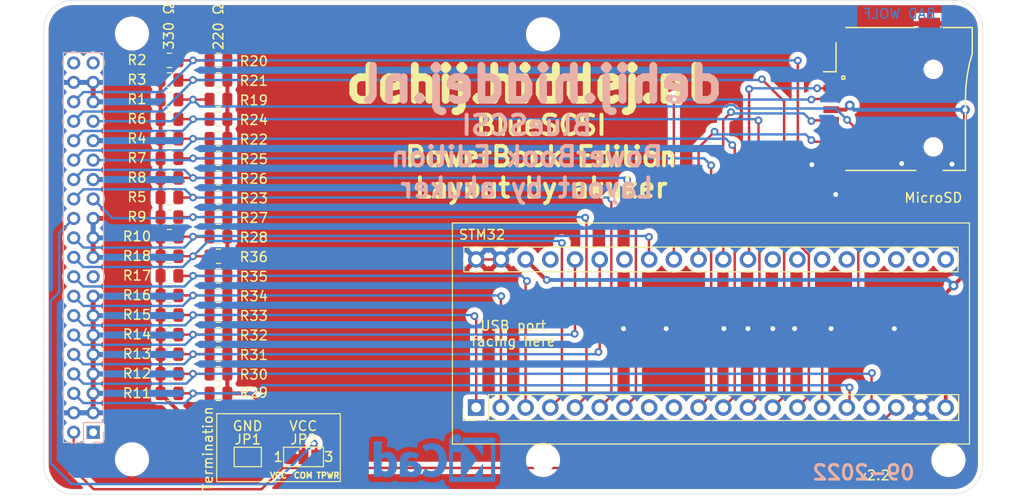
<source format=kicad_pcb>
(kicad_pcb (version 20211014) (generator pcbnew)
  (layers (0 "F.Cu" signal) (31 "B.Cu" signal) (34 "B.Paste" user) (35 "F.Paste" user) (36 "B.SilkS" user "B.Silkscreen") (37 "F.SilkS" user "F.Silkscreen") (38 "B.Mask" user) (39 "F.Mask" user) (44 "Edge.Cuts" user))
  (net 0 "")
  (net 1 "/SD_MOSI")
  (net 2 "/SD_CS")
  (net 4 "+3V3")
  (net 5 "/SD_CLK")
  (net 6 "GND")
  (net 8 "/SD_MISO")
  (net 12 "/SCSI_REQ")
  (net 13 "/SCSI_CD")
  (net 14 "/SCSI_IO")
  (net 15 "/SCSI_SEL")
  (net 16 "/SCSI_MSG")
  (net 17 "/SCSI_RST")
  (net 18 "/SCSI_ACK")
  (net 19 "/SCSI_BSY")
  (net 20 "/SCSI_ATN")
  (net 21 "/TERM_PWR")
  (net 22 "/SCSI_DBP")
  (net 23 "/SCSI_DAT7")
  (net 24 "/SCSI_DAT6")
  (net 26 "/SCSI_DAT5")
  (net 27 "/SCSI_DAT4")
  (net 28 "/SCSI_DAT3")
  (net 29 "/SCSI_DAT2")
  (net 30 "/SCSI_DAT1")
  (net 31 "/SCSI_DAT0")
  (net 32 "VCC")
  (net 33 "Net-(JP1-Pad1)")
  (net 34 "Net-(JP2-Pad2)")
  (footprint "Other footprints:Conn_uSDcard" (layer "F.Cu") (at 165.1 86.36 90)
    (fp_text reference "J1")
    (fp_text value "Micro_SD_Card")
  )
  (footprint "Jumper:SolderJumper-2_P1.3mm_Bridged_Pad1.0x1.5mm" (layer "F.Cu") (at 94.63 123.19)
    (fp_text reference "JP1")
    (fp_text value "TERM_ENABLE_GND")
  )
  (footprint "Jumper:SolderJumper-3_P1.3mm_Bridged12_Pad1.0x1.5mm_NumberLabels" (layer "F.Cu") (at 100.36 123.19)
    (fp_text reference "JP2")
    (fp_text value "TERM_VCC_ENABLE")
  )
  (footprint "Resistor_SMD:R_0805_2012Metric" (layer "F.Cu") (at 86.58 86.420588)
    (fp_text reference "R1")
    (fp_text value "330")
  )
  (footprint "Resistor_SMD:R_0805_2012Metric" (layer "F.Cu") (at 86.58 82.39)
    (fp_text reference "R2")
    (fp_text value "330")
  )
  (footprint "Resistor_SMD:R_0805_2012Metric" (layer "F.Cu") (at 86.58 84.405294)
    (fp_text reference "R3")
    (fp_text value "330")
  )
  (footprint "Resistor_SMD:R_0805_2012Metric" (layer "F.Cu") (at 86.58 90.451176)
    (fp_text reference "R4")
    (fp_text value "330")
  )
  (footprint "Resistor_SMD:R_0805_2012Metric" (layer "F.Cu") (at 86.58 96.497058)
    (fp_text reference "R5")
    (fp_text value "330")
  )
  (footprint "Resistor_SMD:R_0805_2012Metric" (layer "F.Cu") (at 86.58 88.435882)
    (fp_text reference "R6")
    (fp_text value "330")
  )
  (footprint "Resistor_SMD:R_0805_2012Metric" (layer "F.Cu") (at 86.58 94.481764)
    (fp_text reference "R8")
    (fp_text value "330")
  )
  (footprint "Resistor_SMD:R_0805_2012Metric" (layer "F.Cu") (at 86.58 98.512352)
    (fp_text reference "R9")
    (fp_text value "330")
  )
  (footprint "Resistor_SMD:R_0805_2012Metric" (layer "F.Cu") (at 86.58 100.527646)
    (fp_text reference "R10")
    (fp_text value "330")
  )
  (footprint "Resistor_SMD:R_0805_2012Metric" (layer "F.Cu") (at 86.58 116.65)
    (fp_text reference "R11")
    (fp_text value "330")
  )
  (footprint "Resistor_SMD:R_0805_2012Metric" (layer "F.Cu") (at 86.58 114.634704)
    (fp_text reference "R12")
    (fp_text value "330")
  )
  (footprint "Resistor_SMD:R_0805_2012Metric" (layer "F.Cu") (at 86.58 112.61941)
    (fp_text reference "R13")
    (fp_text value "330")
  )
  (footprint "Resistor_SMD:R_0805_2012Metric" (layer "F.Cu") (at 86.58 110.604116)
    (fp_text reference "R14")
    (fp_text value "330")
  )
  (footprint "Resistor_SMD:R_0805_2012Metric" (layer "F.Cu") (at 86.58 108.588822)
    (fp_text reference "R15")
    (fp_text value "330")
  )
  (footprint "Resistor_SMD:R_0805_2012Metric" (layer "F.Cu") (at 86.58 106.573528)
    (fp_text reference "R16")
    (fp_text value "330")
  )
  (footprint "Resistor_SMD:R_0805_2012Metric" (layer "F.Cu") (at 86.58 104.558234)
    (fp_text reference "R17")
    (fp_text value "330")
  )
  (footprint "Resistor_SMD:R_0805_2012Metric" (layer "F.Cu") (at 86.58 102.54294)
    (fp_text reference "R18")
    (fp_text value "330")
  )
  (footprint "Resistor_SMD:R_0805_2012Metric" (layer "F.Cu") (at 91.617644 86.420588 180)
    (fp_text reference "R19")
    (fp_text value "220")
  )
  (footprint "Resistor_SMD:R_0805_2012Metric" (layer "F.Cu") (at 91.617644 82.39 180)
    (fp_text reference "R20")
    (fp_text value "220")
  )
  (footprint "Resistor_SMD:R_0805_2012Metric" (layer "F.Cu") (at 91.617644 84.405294 180)
    (fp_text reference "R21")
    (fp_text value "220")
  )
  (footprint "Resistor_SMD:R_0805_2012Metric" (layer "F.Cu") (at 91.617644 90.451176 180)
    (fp_text reference "R22")
    (fp_text value "220")
  )
  (footprint "Resistor_SMD:R_0805_2012Metric" (layer "F.Cu") (at 91.617644 96.497058 180)
    (fp_text reference "R23")
    (fp_text value "220")
  )
  (footprint "Resistor_SMD:R_0805_2012Metric" (layer "F.Cu") (at 91.617644 88.435882 180)
    (fp_text reference "R24")
    (fp_text value "220")
  )
  (footprint "Resistor_SMD:R_0805_2012Metric" (layer "F.Cu") (at 91.617644 92.46647 180)
    (fp_text reference "R25")
    (fp_text value "220")
  )
  (footprint "Resistor_SMD:R_0805_2012Metric" (layer "F.Cu") (at 91.617644 94.481764 180)
    (fp_text reference "R26")
    (fp_text value "220")
  )
  (footprint "Resistor_SMD:R_0805_2012Metric" (layer "F.Cu") (at 91.617644 98.512352 180)
    (fp_text reference "R27")
    (fp_text value "220")
  )
  (footprint "Resistor_SMD:R_0805_2012Metric" (layer "F.Cu") (at 91.617644 100.527646 180)
    (fp_text reference "R28")
    (fp_text value "220")
  )
  (footprint "Resistor_SMD:R_0805_2012Metric" (layer "F.Cu") (at 91.617644 116.65 180)
    (fp_text reference "R29")
    (fp_text value "220")
  )
  (footprint "Resistor_SMD:R_0805_2012Metric" (layer "F.Cu") (at 91.617644 114.634704 180)
    (fp_text reference "R30")
    (fp_text value "220")
  )
  (footprint "Resistor_SMD:R_0805_2012Metric" (layer "F.Cu") (at 91.617644 112.61941 180)
    (fp_text reference "R31")
    (fp_text value "220")
  )
  (footprint "Resistor_SMD:R_0805_2012Metric" (layer "F.Cu") (at 91.617644 110.604116 180)
    (fp_text reference "R32")
    (fp_text value "220")
  )
  (footprint "Resistor_SMD:R_0805_2012Metric" (layer "F.Cu") (at 91.617644 108.588822 180)
    (fp_text reference "R33")
    (fp_text value "220")
  )
  (footprint "Resistor_SMD:R_0805_2012Metric" (layer "F.Cu") (at 91.617644 106.573528 180)
    (fp_text reference "R34")
    (fp_text value "220")
  )
  (footprint "Resistor_SMD:R_0805_2012Metric" (layer "F.Cu") (at 91.617644 104.558234 180)
    (fp_text reference "R35")
    (fp_text value "220")
  )
  (footprint "Resistor_SMD:R_0805_2012Metric" (layer "F.Cu") (at 91.617644 102.54294 180)
    (fp_text reference "R36")
    (fp_text value "220")
  )
  (footprint "Footprints:YAAJ_BluePill_2" (layer "F.Cu") (at 118.11 118.11 90)
    (fp_text reference "U1" hide)
    (fp_text value "YAAJ_BluePill_Part_Like" hide)
  )
  (footprint "Resistor_SMD:R_0805_2012Metric" (layer "F.Cu") (at 86.58 92.46647)
    (fp_text reference "R7")
    (fp_text value "330")
  )
  (footprint "MountingHole:MountingHole_2.5mm" (layer "F.Cu") (at 124.98 79.7)
    (fp_text reference "H2" hide)
    (fp_text value "MountingHole")
  )
  (footprint "MountingHole:MountingHole_2.5mm" (layer "F.Cu") (at 82.73 79.63)
    (fp_text reference "H1" hide)
    (fp_text value "MountingHole")
  )
  (footprint "MountingHole:MountingHole_2.5mm" (layer "F.Cu") (at 166.65 123.5)
    (fp_text reference "H5" hide)
    (fp_text value "MountingHole")
  )
  (footprint "MountingHole:MountingHole_2.5mm" (layer "F.Cu") (at 124.98 123.5)
    (fp_text reference "H4" hide)
    (fp_text value "MountingHole")
  )
  (footprint "MountingHole:MountingHole_2.5mm" (layer "F.Cu") (at 82.73 123.43)
    (fp_text reference "H3" hide)
    (fp_text value "MountingHole")
  )
  (footprint "Connector_PinSocket_2.00mm:PinSocket_2x20_P2.00mm_Vertical" (layer "B.Cu") (at 78.74 120.65)
    (fp_text reference "J2" hide)
    (fp_text value "Conn_02x20_Odd_Even")
  )
  (footprint "Symbol:KiCad-Logo_5mm_Copper" (layer "B.Cu") (at 113.78 123.82 180)
    (fp_text reference "REF**" hide)
    (fp_text value "KiCad-Logo_5mm_Copper" hide)
  )
  (gr_line (start 91.44 125.73) (end 91.44 118.745) (layer "F.SilkS") (width 0.12))
  (gr_line (start 91.44 118.745) (end 104.14 118.745) (layer "F.SilkS") (width 0.12))
  (gr_line (start 104.14 118.745) (end 104.14 125.73) (layer "F.SilkS") (width 0.12))
  (gr_line (start 104.14 125.73) (end 91.44 125.73) (layer "F.SilkS") (width 0.12))
  (gr_line (start 167.18 127) (end 76.66 127) (layer "Edge.Cuts") (width 0.05))
  (gr_line (start 76.66 76.2) (end 167.18 76.2) (layer "Edge.Cuts") (width 0.05))
  (gr_arc (start 76.66 127) (mid 74.53868 126.12132) (end 73.66 124) (layer "Edge.Cuts") (width 0.05))
  (gr_line (start 73.66 124) (end 73.66 79.2) (layer "Edge.Cuts") (width 0.05))
  (gr_arc (start 167.18 76.2) (mid 169.30132 77.07868) (end 170.18 79.2) (layer "Edge.Cuts") (width 0.05))
  (gr_arc (start 73.66 79.2) (mid 74.53868 77.07868) (end 76.66 76.2) (layer "Edge.Cuts") (width 0.05))
  (gr_line (start 170.18 79.2) (end 170.18 124) (layer "Edge.Cuts") (width 0.05))
  (gr_arc (start 170.18 124) (mid 169.30132 126.12132) (end 167.18 127) (layer "Edge.Cuts") (width 0.05))
  (gr_text "BAD WOLF" (at 161.61 77.58) (layer "B.Cu") (effects (font (size 1 1)) (justify mirror)))
  (gr_text "09-2022" (at 157.93 124.8) (layer "B.SilkS") (effects (font (size 1.5 1.5) (thickness 0.3)) (justify mirror)))
  (gr_text "dehij.hiddej.nl" (at 124.9 84.87) (layer "B.SilkS") (effects (font (size 3.5 3.5) (thickness 0.8)) (justify mirror)))
  (gr_text "BlueSCSI\nPowerBook Edition\nLayout by akuker" (at 123.32 92.29) (layer "B.SilkS") (effects (font (size 2 2) (thickness 0.4)) (justify mirror)))
  (gr_text "220 Ω" (at 91.61 78.94 90) (layer "F.SilkS") (effects (font (size 1 1))))
  (gr_text "VCC" (at 100.33 120.015) (layer "F.SilkS") (effects (font (size 1 1))))
  (gr_text "COM" (at 100.33 125.095) (layer "F.SilkS") (effects (font (size 0.6 0.6))))
  (gr_text "MicroSD" (at 165.1 96.52) (layer "F.SilkS") (effects (font (size 1 1))))
  (gr_text "STM32\n" (at 118.71 100.32) (layer "F.SilkS") (effects (font (size 1 1))))
  (gr_text "USB port\nfacing here" (at 121.92 110.49) (layer "F.SilkS") (effects (font (size 1 1))))
  (gr_text "dehij.hiddej.nl" (at 123.22 84.87) (layer "F.SilkS") (effects (font (size 3.5 3.5) (thickness 0.8))))
  (gr_text "GND" (at 94.615 120.015) (layer "F.SilkS") (effects (font (size 1 1))))
  (gr_text "v2.2\n" (at 159.07 125.09) (layer "F.SilkS") (effects (font (size 1 1))))
  (gr_text "TPWR" (at 102.87 125.095) (layer "F.SilkS") (effects (font (size 0.6 0.6))))
  (gr_text "VCC" (at 97.79 125.095) (layer "F.SilkS") (effects (font (size 0.6 0.6))))
  (gr_text "BlueSCSI\nPowerBook Edition\nLayout by akuker" (at 124.8 92.29) (layer "F.SilkS") (effects (font (size 2 2) (thickness 0.4))))
  (gr_text "Termination" (at 90.53 122.36 90) (layer "F.SilkS") (effects (font (size 1 1))))
  (gr_text "330 Ω" (at 86.52 78.9 90) (layer "F.SilkS") (effects (font (size 1 1))))
  (segment (start 152.62 86.36) (end 152.56 86.42) (width 0.25) (layer "F.Cu") (net 1))
  (segment (start 138.43 86.45) (end 138.43 102.87) (width 0.25) (layer "F.Cu") (net 1))
  (segment (start 154.6 86.36) (end 152.62 86.36) (width 0.25) (layer "F.Cu") (net 1))
  (segment (start 138.48 86.4) (end 138.43 86.45) (width 0.25) (layer "F.Cu") (net 1))
  (via (at 152.56 86.42) (size 0.8) (drill 0.4) (layers "F.Cu" "B.Cu") (net 1))
  (via (at 138.48 86.4) (size 0.8) (drill 0.4) (layers "F.Cu" "B.Cu") (net 1))
  (segment (start 152.56 86.42) (end 138.5 86.42) (width 0.25) (layer "B.Cu") (net 1))
  (segment (start 138.5 86.42) (end 138.48 86.4) (width 0.25) (layer "B.Cu") (net 1))
  (segment (start 154.6 85.26) (end 153.4747 85.26) (width 0.25) (layer "F.Cu") (net 2))
  (segment (start 146.16 85.33) (end 146.16 102.76) (width 0.25) (layer "F.Cu") (net 2))
  (segment (start 153.4747 85.26) (end 153.1547 85.26) (width 0.25) (layer "F.Cu") (net 2))
  (via (at 146.16 85.33) (size 0.8) (drill 0.4) (layers "F.Cu" "B.Cu") (net 2))
  (via (at 153.1547 85.26) (size 0.8) (drill 0.4) (layers "F.Cu" "B.Cu") (net 2))
  (segment (start 153.1547 85.26) (end 146.23 85.26) (width 0.25) (layer "B.Cu") (net 2))
  (segment (start 146.23 85.26) (end 146.16 85.33) (width 0.25) (layer "B.Cu") (net 2))
  (segment (start 156.07 87.46) (end 154.6 87.46) (width 0.4) (layer "F.Cu") (net 4))
  (segment (start 123.19 102.87) (end 125.3 104.98) (width 0.4) (layer "F.Cu") (net 4))
  (segment (start 167.18 105.56) (end 168.35 104.39) (width 0.4) (layer "F.Cu") (net 4))
  (segment (start 167.18 105.56) (end 166.37 106.37) (width 0.4) (layer "F.Cu") (net 4))
  (segment (start 168.36 87.5) (end 168.36 87.47) (width 0.4) (layer "F.Cu") (net 4))
  (segment (start 156.51 87.02) (end 156.07 87.46) (width 0.4) (layer "F.Cu") (net 4))
  (segment (start 168.35 104.39) (end 168.35 87.51) (width 0.4) (layer "F.Cu") (net 4))
  (segment (start 166.37 106.37) (end 166.37 118.11) (width 0.4) (layer "F.Cu") (net 4))
  (segment (start 125.3 104.98) (end 125.36 104.98) (width 0.4) (layer "F.Cu") (net 4))
  (segment (start 168.35 87.51) (end 168.36 87.5) (width 0.4) (layer "F.Cu") (net 4))
  (via (at 168.36 87.47) (size 1) (drill 0.5) (layers "F.Cu" "B.Cu") (net 4))
  (via (at 125.36 104.98) (size 0.8) (drill 0.4) (layers "F.Cu" "B.Cu") (net 4))
  (via (at 167.18 105.56) (size 1) (drill 0.5) (layers "F.Cu" "B.Cu") (net 4))
  (via (at 156.51 87.02) (size 1) (drill 0.5) (layers "F.Cu" "B.Cu") (net 4))
  (segment (start 156.96 87.47) (end 156.51 87.02) (width 0.4) (layer "B.Cu") (net 4))
  (segment (start 168.36 87.47) (end 156.96 87.47) (width 0.4) (layer "B.Cu") (net 4))
  (segment (start 125.36 104.98) (end 166.6 104.98) (width 0.4) (layer "B.Cu") (net 4))
  (segment (start 166.6 104.98) (end 167.18 105.56) (width 0.4) (layer "B.Cu") (net 4))
  (segment (start 152.64 88.56) (end 152.57 88.63) (width 0.25) (layer "F.Cu") (net 5))
  (segment (start 152.64 88.56) (end 154.6 88.56) (width 0.25) (layer "F.Cu") (net 5))
  (segment (start 143.5 99.25) (end 143.5 88.5245) (width 0.25) (layer "F.Cu") (net 5))
  (segment (start 144.302215 87.722285) (end 144.302215 87.711382) (width 0.25) (layer "F.Cu") (net 5))
  (segment (start 143.51 99.26) (end 143.5 99.25) (width 0.25) (layer "F.Cu") (net 5))
  (segment (start 143.5 88.5245) (end 144.302215 87.722285) (width 0.25) (layer "F.Cu") (net 5))
  (segment (start 143.51 99.26) (end 143.51 102.87) (width 0.25) (layer "F.Cu") (net 5))
  (via (at 152.57 88.63) (size 0.8) (drill 0.4) (layers "F.Cu" "B.Cu") (net 5))
  (via (at 144.302215 87.711382) (size 0.8) (drill 0.4) (layers "F.Cu" "B.Cu") (net 5))
  (segment (start 144.436332 87.845499) (end 144.302215 87.711382) (width 0.25) (layer "B.Cu") (net 5))
  (segment (start 152.57 88.63) (end 151.785499 87.845499) (width 0.25) (layer "B.Cu") (net 5))
  (segment (start 151.785499 87.845499) (end 144.436332 87.845499) (width 0.25) (layer "B.Cu") (net 5))
  (segment (start 95.28 124.2653) (end 90.9253 124.2653) (width 0.25) (layer "F.Cu") (net 6))
  (segment (start 90.9253 124.2653) (end 85.31 118.65) (width 0.25) (layer "F.Cu") (net 6))
  (segment (start 155.6127 79.51) (end 156.772 79.51) (width 0.25) (layer "F.Cu") (net 6))
  (segment (start 85.31 118.65) (end 78.74 118.65) (width 0.25) (layer "F.Cu") (net 6))
  (segment (start 120.65 102.87) (end 118.11 102.87) (width 0.25) (layer "F.Cu") (net 6))
  (segment (start 78.74 94.65) (end 79.7403 94.65) (width 0.25) (layer "F.Cu") (net 6))
  (segment (start 76.74 118.65) (end 78.74 118.65) (width 0.25) (layer "F.Cu") (net 6))
  (segment (start 95.28 123.19) (end 95.28 124.2653) (width 0.25) (layer "F.Cu") (net 6))
  (via (at 155.06 96.19) (size 1) (drill 0.5) (layers "F.Cu" "B.Cu") (net 6))
  (via (at 161.85 93) (size 1) (drill 0.5) (layers "F.Cu" "B.Cu") (net 6))
  (via (at 143.57 109.99) (size 1) (drill 0.5) (layers "F.Cu" "B.Cu") (net 6))
  (via (at 161.09 109.99) (size 1) (drill 0.5) (layers "F.Cu" "B.Cu") (net 6))
  (via (at 148.6 109.99) (size 1) (drill 0.5) (layers "F.Cu" "B.Cu") (net 6))
  (via (at 152.61 93.12) (size 1) (drill 0.5) (layers "F.Cu" "B.Cu") (net 6))
  (via (at 167.02 93.07) (size 1) (drill 0.5) (layers "F.Cu" "B.Cu") (net 6))
  (via (at 154.59 109.99) (size 1) (drill 0.5) (layers "F.Cu" "B.Cu") (net 6))
  (via (at 150.84 109.99) (size 1) (drill 0.5) (layers "F.Cu" "B.Cu") (net 6))
  (via (at 146.04 109.99) (size 1) (drill 0.5) (layers "F.Cu" "B.Cu") (net 6))
  (via (at 133.26 109.99) (size 1) (drill 0.5) (layers "F.Cu" "B.Cu") (net 6))
  (via (at 137.64 109.99) (size 1) (drill 0.5) (layers "F.Cu" "B.Cu") (net 6))
  (segment (start 140.97 91.369001) (end 142.612325 89.726676) (width 0.25) (layer "F.Cu") (net 8))
  (segment (start 154.6 90.76) (end 152.73 90.76) (width 0.25) (layer "F.Cu") (net 8))
  (segment (start 152.73 90.76) (end 152.56 90.59) (width 0.25) (layer "F.Cu") (net 8))
  (segment (start 140.97 102.87) (end 140.97 91.369001) (width 0.25) (layer "F.Cu") (net 8))
  (via (at 142.612325 89.726676) (size 0.8) (drill 0.4) (layers "F.Cu" "B.Cu") (net 8))
  (via (at 152.56 90.59) (size 0.8) (drill 0.4) (layers "F.Cu" "B.Cu") (net 8))
  (segment (start 151.971665 90.001665) (end 142.887314 90.001665) (width 0.25) (layer "B.Cu") (net 8))
  (segment (start 142.887314 90.001665) (end 142.612325 89.726676) (width 0.25) (layer "B.Cu") (net 8))
  (segment (start 152.56 90.59) (end 151.971665 90.001665) (width 0.25) (layer "B.Cu") (net 8))
  (segment (start 152.304511 102.383501) (end 152.304511 116.935489) (width 0.25) (layer "F.Cu") (net 12))
  (segment (start 151.17 82.41) (end 151.17 101.24899) (width 0.25) (layer "F.Cu") (net 12))
  (segment (start 151.17 101.24899) (end 152.304511 102.383501) (width 0.25) (layer "F.Cu") (net 12))
  (segment (start 152.304511 116.935489) (end 151.13 118.11) (width 0.25) (layer "F.Cu") (net 12))
  (segment (start 87.4925 82.39) (end 90.705144 82.39) (width 0.25) (layer "F.Cu") (net 12))
  (via (at 151.17 82.41) (size 0.8) (drill 0.4) (layers "F.Cu" "B.Cu") (net 12))
  (via (at 89 82.39) (size 0.8) (drill 0.4) (layers "F.Cu" "B.Cu") (net 12))
  (segment (start 77.740489 85.649511) (end 85.850489 85.649511) (width 0.25) (layer "B.Cu") (net 12))
  (segment (start 89 82.39) (end 151.15 82.39) (width 0.25) (layer "B.Cu") (net 12))
  (segment (start 85.850489 85.649511) (end 89.06 82.44) (width 0.25) (layer "B.Cu") (net 12))
  (segment (start 76.74 86.65) (end 77.740489 85.649511) (width 0.25) (layer "B.Cu") (net 12))
  (segment (start 151.15 82.39) (end 151.17 82.41) (width 0.25) (layer "B.Cu") (net 12))
  (segment (start 149.764511 116.935489) (end 148.59 118.11) (width 0.25) (layer "F.Cu") (net 13))
  (segment (start 147.48 84.33) (end 149.764511 86.614511) (width 0.25) (layer "F.Cu") (net 13))
  (segment (start 87.4925 84.405294) (end 90.705144 84.405294) (width 0.25) (layer "F.Cu") (net 13))
  (segment (start 149.764511 86.614511) (end 149.764511 116.935489) (width 0.25) (layer "F.Cu") (net 13))
  (via (at 147.48 84.33) (size 0.8) (drill 0.4) (layers "F.Cu" "B.Cu") (net 13))
  (via (at 89 84.405294) (size 0.8) (drill 0.4) (layers "F.Cu" "B.Cu") (net 13))
  (segment (start 85.839813 87.650489) (end 89.075151 84.415151) (width 0.25) (layer "B.Cu") (net 13))
  (segment (start 89 84.405294) (end 147.404706 84.405294) (width 0.25) (layer "B.Cu") (net 13))
  (segment (start 147.404706 84.405294) (end 147.48 84.33) (width 0.25) (layer "B.Cu") (net 13))
  (segment (start 77.739511 87.650489) (end 85.839813 87.650489) (width 0.25) (layer "B.Cu") (net 13))
  (segment (start 76.74 88.65) (end 77.739511 87.650489) (width 0.25) (layer "B.Cu") (net 13))
  (segment (start 156.24 88.51) (end 157.384511 89.654511) (width 0.25) (layer "F.Cu") (net 14))
  (segment (start 153.67 112.69) (end 153.67 118.11) (width 0.25) (layer "F.Cu") (net 14))
  (segment (start 157.384511 108.975489) (end 153.67 112.69) (width 0.25) (layer "F.Cu") (net 14))
  (segment (start 157.384511 89.654511) (end 157.384511 108.975489) (width 0.25) (layer "F.Cu") (net 14))
  (segment (start 87.4925 86.420588) (end 90.705144 86.420588) (width 0.25) (layer "F.Cu") (net 14))
  (via (at 156.24 88.51) (size 0.8) (drill 0.4) (layers "F.Cu" "B.Cu") (net 14))
  (via (at 89 86.420588) (size 0.8) (drill 0.4) (layers "F.Cu" "B.Cu") (net 14))
  (segment (start 155.070739 87.340739) (end 156.24 88.51) (width 0.25) (layer "B.Cu") (net 14))
  (segment (start 144.956172 87.340739) (end 155.070739 87.340739) (width 0.25) (layer "B.Cu") (net 14))
  (segment (start 78.74 88.65) (end 86.81 88.65) (width 0.25) (layer "B.Cu") (net 14))
  (segment (start 89 86.420588) (end 89.711545 87.132133) (width 0.25) (layer "B.Cu") (net 14))
  (segment (start 143.856864 87.132133) (end 144.002116 86.986881) (width 0.25) (layer "B.Cu") (net 14))
  (segment (start 86.81 88.65) (end 89.06 86.4) (width 0.25) (layer "B.Cu") (net 14))
  (segment (start 144.602314 86.986881) (end 144.956172 87.340739) (width 0.25) (layer "B.Cu") (net 14))
  (segment (start 89.711545 87.132133) (end 143.856864 87.132133) (width 0.25) (layer "B.Cu") (net 14))
  (segment (start 144.002116 86.986881) (end 144.602314 86.986881) (width 0.25) (layer "B.Cu") (net 14))
  (segment (start 147.224511 101.264511) (end 147.224511 116.935489) (width 0.25) (layer "F.Cu") (net 15))
  (segment (start 147.13 101.17) (end 147.224511 101.264511) (width 0.25) (layer "F.Cu") (net 15))
  (segment (start 87.4925 88.435882) (end 90.705144 88.435882) (width 0.25) (layer "F.Cu") (net 15))
  (segment (start 147.224511 116.935489) (end 146.05 118.11) (width 0.25) (layer "F.Cu") (net 15))
  (segment (start 147.13 88.57) (end 147.13 101.17) (width 0.25) (layer "F.Cu") (net 15))
  (via (at 89 88.435882) (size 0.8) (drill 0.4) (layers "F.Cu" "B.Cu") (net 15))
  (via (at 147.13 88.57) (size 0.8) (drill 0.4) (layers "F.Cu" "B.Cu") (net 15))
  (segment (start 77.739511 89.650489) (end 87.929511 89.650489) (width 0.25) (layer "B.Cu") (net 15))
  (segment (start 146.995882 88.435882) (end 147.13 88.57) (width 0.25) (layer "B.Cu") (net 15))
  (segment (start 87.929511 89.650489) (end 89.01 88.57) (width 0.25) (layer "B.Cu") (net 15))
  (segment (start 76.74 90.65) (end 77.739511 89.650489) (width 0.25) (layer "B.Cu") (net 15))
  (segment (start 89 88.435882) (end 146.995882 88.435882) (width 0.25) (layer "B.Cu") (net 15))
  (segment (start 144.684511 116.935489) (end 143.51 118.11) (width 0.25) (layer "F.Cu") (net 16))
  (segment (start 87.4925 90.451176) (end 90.705144 90.451176) (width 0.25) (layer "F.Cu") (net 16))
  (segment (start 144.684511 91.354511) (end 144.684511 116.935489) (width 0.25) (layer "F.Cu") (net 16))
  (segment (start 144.43 91.1) (end 144.684511 91.354511) (width 0.25) (layer "F.Cu") (net 16))
  (via (at 89 90.451176) (size 0.8) (drill 0.4) (layers "F.Cu" "B.Cu") (net 16))
  (via (at 144.43 91.1) (size 0.8) (drill 0.4) (layers "F.Cu" "B.Cu") (net 16))
  (segment (start 87.980489 91.649511) (end 89.11 90.52) (width 0.25) (layer "B.Cu") (net 16))
  (segment (start 76.74 92.65) (end 77.740489 91.649511) (width 0.25) (layer "B.Cu") (net 16))
  (segment (start 143.781176 90.451176) (end 144.43 91.1) (width 0.25) (layer "B.Cu") (net 16))
  (segment (start 77.740489 91.649511) (end 87.980489 91.649511) (width 0.25) (layer "B.Cu") (net 16))
  (segment (start 89 90.451176) (end 143.781176 90.451176) (width 0.25) (layer "B.Cu") (net 16))
  (segment (start 142.26 93.19) (end 142.26 116.82) (width 0.25) (layer "F.Cu") (net 17))
  (segment (start 87.4925 92.46647) (end 90.705144 92.46647) (width 0.25) (layer "F.Cu") (net 17))
  (segment (start 142.26 116.82) (end 140.97 118.11) (width 0.25) (layer "F.Cu") (net 17))
  (via (at 142.26 93.19) (size 0.8) (drill 0.4) (layers "F.Cu" "B.Cu") (net 17))
  (via (at 89 92.46647) (size 0.8) (drill 0.4) (layers "F.Cu" "B.Cu") (net 17))
  (segment (start 141.53647 92.46647) (end 142.26 93.19) (width 0.25) (layer "B.Cu") (net 17))
  (segment (start 89 92.46647) (end 141.53647 92.46647) (width 0.25) (layer "B.Cu") (net 17))
  (segment (start 89.03 92.65) (end 89.12 92.56) (width 0.25) (layer "B.Cu") (net 17))
  (segment (start 78.74 92.65) (end 89.03 92.65) (width 0.25) (layer "B.Cu") (net 17))
  (segment (start 134.524511 116.935489) (end 133.35 118.11) (width 0.25) (layer "F.Cu") (net 18))
  (segment (start 87.4925 94.481764) (end 90.705144 94.481764) (width 0.25) (layer "F.Cu") (net 18))
  (segment (start 134.524511 95.564511) (end 134.524511 116.935489) (width 0.25) (layer "F.Cu") (net 18))
  (segment (start 133.62 94.66) (end 134.524511 95.564511) (width 0.25) (layer "F.Cu") (net 18))
  (via (at 89 94.481764) (size 0.8) (drill 0.4) (layers "F.Cu" "B.Cu") (net 18))
  (via (at 133.62 94.66) (size 0.8) (drill 0.4) (layers "F.Cu" "B.Cu") (net 18))
  (segment (start 133.441764 94.481764) (end 133.62 94.66) (width 0.25) (layer "B.Cu") (net 18))
  (segment (start 76.74 94.65) (end 77.739511 93.650489) (width 0.25) (layer "B.Cu") (net 18))
  (segment (start 88.120489 93.650489) (end 89.07 94.6) (width 0.25) (layer "B.Cu") (net 18))
  (segment (start 77.739511 93.650489) (end 88.120489 93.650489) (width 0.25) (layer "B.Cu") (net 18))
  (segment (start 89 94.481764) (end 133.441764 94.481764) (width 0.25) (layer "B.Cu") (net 18))
  (segment (start 132 96.64) (end 132 116.92) (width 0.25) (layer "F.Cu") (net 19))
  (segment (start 132 116.92) (end 130.81 118.11) (width 0.25) (layer "F.Cu") (net 19))
  (segment (start 87.4925 96.497058) (end 90.705144 96.497058) (width 0.25) (layer "F.Cu") (net 19))
  (via (at 89 96.497058) (size 0.8) (drill 0.4) (layers "F.Cu" "B.Cu") (net 19))
  (via (at 132 96.64) (size 0.8) (drill 0.4) (layers "F.Cu" "B.Cu") (net 19))
  (segment (start 76.74 96.65) (end 77.739511 95.650489) (width 0.25) (layer "B.Cu") (net 19))
  (segment (start 89 96.497058) (end 131.857058 96.497058) (width 0.25) (layer "B.Cu") (net 19))
  (segment (start 77.739511 95.650489) (end 88.170489 95.650489) (width 0.25) (layer "B.Cu") (net 19))
  (segment (start 88.170489 95.650489) (end 89.02 96.5) (width 0.25) (layer "B.Cu") (net 19))
  (segment (start 131.857058 96.497058) (end 132 96.64) (width 0.25) (layer "B.Cu") (net 19))
  (segment (start 129.444511 116.935489) (end 128.27 118.11) (width 0.25) (layer "F.Cu") (net 20))
  (segment (start 87.4925 98.512352) (end 90.705144 98.512352) (width 0.25) (layer "F.Cu") (net 20))
  (segment (start 129.32 98.57) (end 129.444511 98.694511) (width 0.25) (layer "F.Cu") (net 20))
  (segment (start 129.444511 98.694511) (end 129.444511 116.935489) (width 0.25) (layer "F.Cu") (net 20))
  (via (at 89 98.512352) (size 0.8) (drill 0.4) (layers "F.Cu" "B.Cu") (net 20))
  (via (at 129.32 98.57) (size 0.8) (drill 0.4) (layers "F.Cu" "B.Cu") (net 20))
  (segment (start 129.262352 98.512352) (end 129.32 98.57) (width 0.25) (layer "B.Cu") (net 20))
  (segment (start 80.71 98.62) (end 88.99 98.62) (width 0.25) (layer "B.Cu") (net 20))
  (segment (start 89 98.512352) (end 129.262352 98.512352) (width 0.25) (layer "B.Cu") (net 20))
  (segment (start 78.74 96.65) (end 80.71 98.62) (width 0.25) (layer "B.Cu") (net 20))
  (segment (start 101.66 122.04) (end 101.4279 121.8079) (width 0.25) (layer "F.Cu") (net 21))
  (segment (start 101.66 123.19) (end 101.66 122.1147) (width 0.25) (layer "F.Cu") (net 21))
  (segment (start 101.66 122.1147) (end 101.66 122.04) (width 0.25) (layer "F.Cu") (net 21))
  (via (at 101.4279 121.8079) (size 0.8) (drill 0.4) (layers "F.Cu" "B.Cu") (net 21))
  (segment (start 75.2507 106.2552) (end 74.3607 107.1452) (width 0.25) (layer "B.Cu") (net 21))
  (segment (start 75.2507 100.1393) (end 75.2507 106.2552) (width 0.25) (layer "B.Cu") (net 21))
  (segment (start 74.3607 107.1452) (end 74.3607 123.8307) (width 0.25) (layer "B.Cu") (net 21))
  (segment (start 76.74 98.65) (end 75.2507 100.1393) (width 0.25) (layer "B.Cu") (net 21))
  (segment (start 97.2553 125.9805) (end 101.4279 121.8079) (width 0.25) (layer "B.Cu") (net 21))
  (segment (start 76.5105 125.9805) (end 97.2553 125.9805) (width 0.25) (layer "B.Cu") (net 21))
  (segment (start 74.3607 123.8307) (end 76.5105 125.9805) (width 0.25) (layer "B.Cu") (net 21))
  (segment (start 87.4925 100.527646) (end 90.705144 100.527646) (width 0.25) (layer "F.Cu") (net 22))
  (segment (start 135.87 100.55) (end 135.87 102.85) (width 0.25) (layer "F.Cu") (net 22))
  (via (at 89 100.527646) (size 0.8) (drill 0.4) (layers "F.Cu" "B.Cu") (net 22))
  (via (at 135.87 100.55) (size 0.8) (drill 0.4) (layers "F.Cu" "B.Cu") (net 22))
  (segment (start 77.739511 101.649511) (end 88.110489 101.649511) (width 0.25) (layer "B.Cu") (net 22))
  (segment (start 88.110489 101.649511) (end 89.08 100.68) (width 0.25) (layer "B.Cu") (net 22))
  (segment (start 89.072147 100.455499) (end 135.775499 100.455499) (width 0.25) (layer "B.Cu") (net 22))
  (segment (start 89 100.527646) (end 89.072147 100.455499) (width 0.25) (layer "B.Cu") (net 22))
  (segment (start 135.775499 100.455499) (end 135.87 100.55) (width 0.25) (layer "B.Cu") (net 22))
  (segment (start 76.74 100.65) (end 77.739511 101.649511) (width 0.25) (layer "B.Cu") (net 22))
  (segment (start 126.92 116.92) (end 125.73 118.11) (width 0.25) (layer "F.Cu") (net 23))
  (segment (start 126.92 101.18) (end 126.92 116.92) (width 0.25) (layer "F.Cu") (net 23))
  (segment (start 87.4925 102.54294) (end 90.705144 102.54294) (width 0.25) (layer "F.Cu") (net 23))
  (via (at 89 102.54294) (size 0.8) (drill 0.4) (layers "F.Cu" "B.Cu") (net 23))
  (via (at 126.92 101.18) (size 0.8) (drill 0.4) (layers "F.Cu" "B.Cu") (net 23))
  (segment (start 90.57294 100.97) (end 126.71 100.97) (width 0.25) (layer "B.Cu") (net 23))
  (segment (start 77.740489 103.650489) (end 87.959511 103.650489) (width 0.25) (layer "B.Cu") (net 23))
  (segment (start 89 102.54294) (end 90.57294 100.97) (width 0.25) (layer "B.Cu") (net 23))
  (segment (start 87.959511 103.650489) (end 89 102.61) (width 0.25) (layer "B.Cu") (net 23))
  (segment (start 126.71 100.97) (end 126.92 101.18) (width 0.25) (layer "B.Cu") (net 23))
  (segment (start 76.74 102.65) (end 77.740489 103.650489) (width 0.25) (layer "B.Cu") (net 23))
  (segment (start 87.4925 104.558234) (end 90.705144 104.558234) (width 0.25) (layer "F.Cu") (net 24))
  (segment (start 123.33 105.09) (end 123.19 105.23) (width 0.25) (layer "F.Cu") (net 24))
  (segment (start 123.19 105.23) (end 123.19 118.11) (width 0.25) (layer "F.Cu") (net 24))
  (via (at 89 104.558234) (size 0.8) (drill 0.4) (layers "F.Cu" "B.Cu") (net 24))
  (via (at 123.33 105.09) (size 0.8) (drill 0.4) (layers "F.Cu" "B.Cu") (net 24))
  (segment (start 89 104.558234) (end 122.798234 104.558234) (width 0.25) (layer "B.Cu") (net 24))
  (segment (start 77.739511 105.649511) (end 88.120489 105.649511) (width 0.25) (layer "B.Cu") (net 24))
  (segment (start 88.120489 105.649511) (end 89.09 104.68) (width 0.25) (layer "B.Cu") (net 24))
  (segment (start 76.74 104.65) (end 77.739511 105.649511) (width 0.25) (layer "B.Cu") (net 24))
  (segment (start 122.798234 104.558234) (end 123.33 105.09) (width 0.25) (layer "B.Cu") (net 24))
  (segment (start 120.65 106.68) (end 120.65 118.11) (width 0.25) (layer "F.Cu") (net 26))
  (segment (start 87.4925 106.573528) (end 90.705144 106.573528) (width 0.25) (layer "F.Cu") (net 26))
  (segment (start 120.69 106.64) (end 120.65 106.68) (width 0.25) (layer "F.Cu") (net 26))
  (via (at 89 106.573528) (size 0.8) (drill 0.4) (layers "F.Cu" "B.Cu") (net 26))
  (via (at 120.69 106.64) (size 0.8) (drill 0.4) (layers "F.Cu" "B.Cu") (net 26))
  (segment (start 77.740489 107.650489) (end 87.959511 107.650489) (width 0.25) (layer "B.Cu") (net 26))
  (segment (start 120.623528 106.573528) (end 120.69 106.64) (width 0.25) (layer "B.Cu") (net 26))
  (segment (start 87.959511 107.650489) (end 89.02 106.59) (width 0.25) (layer "B.Cu") (net 26))
  (segment (start 89 106.573528) (end 120.623528 106.573528) (width 0.25) (layer "B.Cu") (net 26))
  (segment (start 76.74 106.65) (end 77.740489 107.650489) (width 0.25) (layer "B.Cu") (net 26))
  (segment (start 118.11 108.88) (end 117.93 108.7) (width 0.25) (layer "F.Cu") (net 27))
  (segment (start 118.11 118.11) (end 118.11 108.88) (width 0.25) (layer "F.Cu") (net 27))
  (segment (start 87.4925 108.588822) (end 90.705144 108.588822) (width 0.25) (layer "F.Cu") (net 27))
  (via (at 117.93 108.7) (size 0.8) (drill 0.4) (layers "F.Cu" "B.Cu") (net 27))
  (via (at 89 108.588822) (size 0.8) (drill 0.4) (layers "F.Cu" "B.Cu") (net 27))
  (segment (start 77.739511 109.649511) (end 88.190489 109.649511) (width 0.25) (layer "B.Cu") (net 27))
  (segment (start 76.74 108.65) (end 77.739511 109.649511) (width 0.25) (layer "B.Cu") (net 27))
  (segment (start 117.818822 108.588822) (end 117.93 108.7) (width 0.25) (layer "B.Cu") (net 27))
  (segment (start 88.190489 109.649511) (end 89.1 108.74) (width 0.25) (layer "B.Cu") (net 27))
  (segment (start 89 108.588822) (end 117.818822 108.588822) (width 0.25) (layer "B.Cu") (net 27))
  (segment (start 128.27 110.48) (end 128.27 102.87) (width 0.25) (layer "F.Cu") (net 28))
  (segment (start 128.23 110.52) (end 128.27 110.48) (width 0.25) (layer "F.Cu") (net 28))
  (segment (start 87.4925 110.604116) (end 90.705144 110.604116) (width 0.25) (layer "F.Cu") (net 28))
  (via (at 89 110.604116) (size 0.8) (drill 0.4) (layers "F.Cu" "B.Cu") (net 28))
  (via (at 128.23 110.52) (size 0.8) (drill 0.4) (layers "F.Cu" "B.Cu") (net 28))
  (segment (start 77.739511 111.649511) (end 88.200489 111.649511) (width 0.25) (layer "B.Cu") (net 28))
  (segment (start 76.74 110.65) (end 77.739511 111.649511) (width 0.25) (layer "B.Cu") (net 28))
  (segment (start 88.200489 111.649511) (end 89.03 110.82) (width 0.25) (layer "B.Cu") (net 28))
  (segment (start 89 110.604116) (end 128.145884 110.604116) (width 0.25) (layer "B.Cu") (net 28))
  (segment (start 128.145884 110.604116) (end 128.23 110.52) (width 0.25) (layer "B.Cu") (net 28))
  (segment (start 87.4925 112.61941) (end 90.705144 112.61941) (width 0.25) (layer "F.Cu") (net 29))
  (segment (start 130.68 112.39) (end 130.81 112.26) (width 0.25) (layer "F.Cu") (net 29))
  (segment (start 130.81 112.26) (end 130.81 102.87) (width 0.25) (layer "F.Cu") (net 29))
  (via (at 89 112.61941) (size 0.8) (drill 0.4) (layers "F.Cu" "B.Cu") (net 29))
  (via (at 130.68 112.39) (size 0.8) (drill 0.4) (layers "F.Cu" "B.Cu") (net 29))
  (segment (start 77.739511 113.649511) (end 88.100489 113.649511) (width 0.25) (layer "B.Cu") (net 29))
  (segment (start 88.100489 113.649511) (end 89.1 112.65) (width 0.25) (layer "B.Cu") (net 29))
  (segment (start 130.45059 112.61941) (end 130.68 112.39) (width 0.25) (layer "B.Cu") (net 29))
  (segment (start 89 112.61941) (end 130.45059 112.61941) (width 0.25) (layer "B.Cu") (net 29))
  (segment (start 76.74 112.65) (end 77.739511 113.649511) (width 0.25) (layer "B.Cu") (net 29))
  (segment (start 87.4925 114.634704) (end 90.705144 114.634704) (width 0.25) (layer "F.Cu") (net 30))
  (segment (start 158.75 114.6) (end 158.75 118.11) (width 0.25) (layer "F.Cu") (net 30))
  (segment (start 158.79 114.56) (end 158.75 114.6) (width 0.25) (layer "F.Cu") (net 30))
  (via (at 89 114.634704) (size 0.8) (drill 0.4) (layers "F.Cu" "B.Cu") (net 30))
  (via (at 158.79 114.56) (size 0.8) (drill 0.4) (layers "F.Cu" "B.Cu") (net 30))
  (segment (start 76.74 114.65) (end 77.740489 115.650489) (width 0.25) (layer "B.Cu") (net 30))
  (segment (start 77.740489 115.650489) (end 88.319511 115.650489) (width 0.25) (layer "B.Cu") (net 30))
  (segment (start 88.319511 115.650489) (end 89.15 114.82) (width 0.25) (layer "B.Cu") (net 30))
  (segment (start 89 114.634704) (end 158.715296 114.634704) (width 0.25) (layer "B.Cu") (net 30))
  (segment (start 158.715296 114.634704) (end 158.79 114.56) (width 0.25) (layer "B.Cu") (net 30))
  (segment (start 156.49 116.04) (end 156.49 117.83) (width 0.25) (layer "F.Cu") (net 31))
  (segment (start 87.4925 116.65) (end 90.705144 116.65) (width 0.25) (layer "F.Cu") (net 31))
  (via (at 156.49 116.04) (size 0.8) (drill 0.4) (layers "F.Cu" "B.Cu") (net 31))
  (via (at 89 116.65) (size 0.8) (drill 0.4) (layers "F.Cu" "B.Cu") (net 31))
  (segment (start 89 116.65) (end 95.29 116.65) (width 0.25) (layer "B.Cu") (net 31))
  (segment (start 88.220489 117.649511) (end 89.13 116.74) (width 0.25) (layer "B.Cu") (net 31))
  (segment (start 95.29 116.65) (end 96.12 115.82) (width 0.25) (layer "B.Cu") (net 31))
  (segment (start 96.12 115.82) (end 156.27 115.82) (width 0.25) (layer "B.Cu") (net 31))
  (segment (start 156.27 115.82) (end 156.49 116.04) (width 0.25) (layer "B.Cu") (net 31))
  (segment (start 76.74 116.65) (end 77.739511 117.649511) (width 0.25) (layer "B.Cu") (net 31))
  (segment (start 77.739511 117.649511) (end 88.220489 117.649511) (width 0.25) (layer "B.Cu") (net 31))
  (segment (start 98.2347 124.3226) (end 96.0473 126.51) (width 0.25) (layer "F.Cu") (net 32))
  (segment (start 99.06 123.19) (end 98.2347 123.19) (width 0.25) (layer "F.Cu") (net 32))
  (segment (start 161.29 118.11) (end 155.0774 124.3226) (width 0.25) (layer "F.Cu") (net 32))
  (segment (start 78.78 126.51) (end 76.74 124.47) (width 0.25) (layer "F.Cu") (net 32))
  (segment (start 155.0774 124.3226) (end 98.2347 124.3226) (width 0.25) (layer "F.Cu") (net 32))
  (segment (start 98.2347 123.19) (end 98.2347 124.3226) (width 0.25) (layer "F.Cu") (net 32))
  (segment (start 96.0473 126.51) (end 78.78 126.51) (width 0.25) (layer "F.Cu") (net 32))
  (segment (start 76.74 124.47) (end 76.74 120.65) (width 0.25) (layer "F.Cu") (net 32))
  (segment (start 92.2075 123.19) (end 93.98 123.19) (width 0.4) (layer "F.Cu") (net 33))
  (segment (start 85.6675 82.39) (end 85.6675 116.65) (width 0.4) (layer "F.Cu") (net 33))
  (segment (start 85.6675 116.65) (end 92.2075 123.19) (width 0.4) (layer "F.Cu") (net 33))
  (segment (start 92.530144 116.65) (end 92.530144 82.39) (width 0.4) (layer "F.Cu") (net 34))
  (segment (start 94.97 116.65) (end 92.530144 116.65) (width 0.4) (layer "F.Cu") (net 34))
  (segment (start 100.36 122.04) (end 94.97 116.65) (width 0.4) (layer "F.Cu") (net 34))
  (segment (start 100.36 123.19) (end 100.36 122.04) (width 0.4) (layer "F.Cu") (net 34))
  (zone (net 6) (net_name "GND") (layers F&B.Cu) (connect_pads (clearance 0.508)) (min_thickness 0.254) (fill yes (thermal_gap 0.508) (thermal_bridge_width 0.508))
    (polygon (pts (xy 170.18 127) (xy 73.66 127) (xy 73.66 76.2) (xy 170.18 76.2)))
  )
)
</source>
